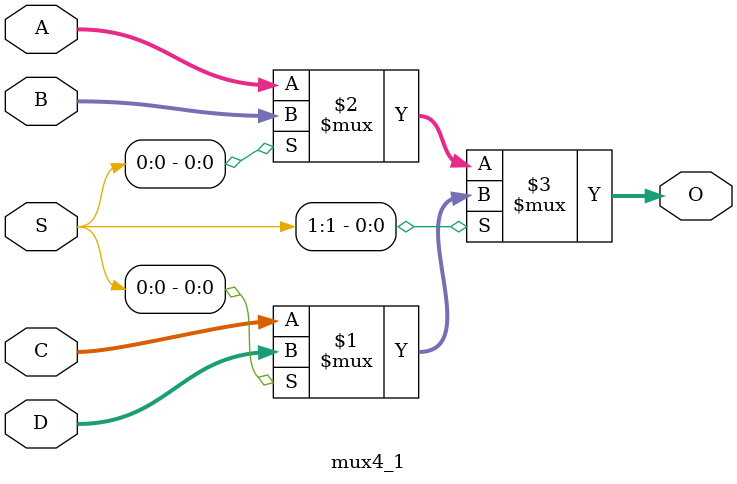
<source format=sv>
module mux4_1(
    input logic [1:0] A,
    input logic [1:0] B,
    input logic [1:0] C,
    input logic [1:0] D,
    input logic [1:0] S,
    output logic [1:0] O
);

assign O = S[1] ? (S[0] ? D : C) : (S[0] ? B : A);

endmodule
</source>
